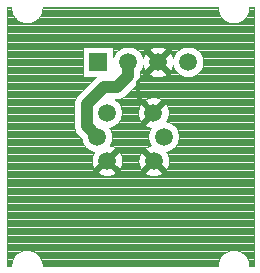
<source format=gbr>
G04 DipTrace 3.2.0.1*
G04 Bottom.gbr*
%MOIN*%
G04 #@! TF.FileFunction,Copper,L2,Bot*
G04 #@! TF.Part,Single*
G04 #@! TA.AperFunction,Conductor*
%ADD13C,0.012992*%
%ADD14C,0.03937*%
G04 #@! TA.AperFunction,CopperBalancing*
%ADD15C,0.003937*%
%ADD16C,0.019685*%
G04 #@! TA.AperFunction,ComponentPad*
%ADD18R,0.059055X0.059055*%
%ADD19C,0.059055*%
%FSLAX26Y26*%
G04*
G70*
G90*
G75*
G01*
G04 Bottom*
%LPD*%
X938976Y1124850D2*
D13*
X872835Y1058709D1*
Y1006770D1*
X923760Y955845D1*
X838976Y1124850D2*
D14*
Y1079134D1*
X801181Y1041339D1*
X757480D1*
X700787Y984646D1*
Y910375D1*
X735310Y875853D1*
X435437Y1303281D2*
D15*
X449329D1*
X554608D2*
X1138305D1*
X1243585D2*
X1257476D1*
X435437Y1299475D2*
X449675D1*
X554262D2*
X1138651D1*
X1243239D2*
X1257476D1*
X435437Y1295669D2*
X450305D1*
X553632D2*
X1139282D1*
X1242608D2*
X1257476D1*
X435437Y1291864D2*
X451228D1*
X552709D2*
X1140204D1*
X1241685D2*
X1257476D1*
X435437Y1288058D2*
X452458D1*
X551479D2*
X1141435D1*
X1240455D2*
X1257476D1*
X435437Y1284252D2*
X454035D1*
X549902D2*
X1143011D1*
X1238879D2*
X1257476D1*
X435437Y1280446D2*
X455972D1*
X547965D2*
X1144949D1*
X1236941D2*
X1257476D1*
X435437Y1276640D2*
X458333D1*
X545604D2*
X1147309D1*
X1234580D2*
X1257476D1*
X435437Y1272835D2*
X461194D1*
X542743D2*
X1150170D1*
X1231720D2*
X1257476D1*
X435437Y1269029D2*
X464654D1*
X539283D2*
X1153630D1*
X1228260D2*
X1257476D1*
X435437Y1265223D2*
X468914D1*
X535023D2*
X1157890D1*
X1224000D2*
X1257476D1*
X435437Y1261417D2*
X474358D1*
X529579D2*
X1163334D1*
X1218555D2*
X1257476D1*
X435437Y1257612D2*
X481917D1*
X522020D2*
X1170893D1*
X1210997D2*
X1257476D1*
X435437Y1253806D2*
X499918D1*
X504026D2*
X1188894D1*
X1193003D2*
X1257476D1*
X435437Y1250000D2*
X1257476D1*
X435437Y1246194D2*
X1257476D1*
X435437Y1242388D2*
X1257476D1*
X435437Y1238583D2*
X1257476D1*
X435437Y1234777D2*
X1257476D1*
X435437Y1230971D2*
X1257476D1*
X435437Y1227165D2*
X1257476D1*
X435437Y1223360D2*
X1257476D1*
X435437Y1219554D2*
X1257476D1*
X435437Y1215748D2*
X1257476D1*
X435437Y1211942D2*
X1257476D1*
X435437Y1208136D2*
X1257476D1*
X435437Y1204331D2*
X1257476D1*
X435437Y1200525D2*
X1257476D1*
X435437Y1196719D2*
X1257476D1*
X435437Y1192913D2*
X1257476D1*
X435437Y1189108D2*
X1257476D1*
X435437Y1185302D2*
X1257476D1*
X435437Y1181496D2*
X1257476D1*
X435437Y1177690D2*
X1257476D1*
X435437Y1173885D2*
X687241D1*
X790706D2*
X823375D1*
X854582D2*
X923377D1*
X954576D2*
X1023371D1*
X1054578D2*
X1257476D1*
X435437Y1170079D2*
X687241D1*
X790706D2*
X814294D1*
X863663D2*
X914295D1*
X963657D2*
X1014289D1*
X1063659D2*
X1257476D1*
X435437Y1166273D2*
X687241D1*
X790706D2*
X808258D1*
X869700D2*
X908252D1*
X969701D2*
X1008253D1*
X1069695D2*
X1257476D1*
X435437Y1162467D2*
X687241D1*
X790706D2*
X803644D1*
X874306D2*
X903646D1*
X974307D2*
X1003647D1*
X1074309D2*
X1257476D1*
X435437Y1158661D2*
X687241D1*
X790706D2*
X799953D1*
X878004D2*
X899947D1*
X978006D2*
X999948D1*
X1078000D2*
X1257476D1*
X435437Y1154856D2*
X687241D1*
X790706D2*
X796923D1*
X881026D2*
X896925D1*
X981028D2*
X996927D1*
X1081029D2*
X1257476D1*
X435437Y1151050D2*
X687241D1*
X790706D2*
X794432D1*
X883518D2*
X894434D1*
X983519D2*
X994435D1*
X1083521D2*
X1257476D1*
X435437Y1147244D2*
X687241D1*
X885571D2*
X892388D1*
X985565D2*
X992382D1*
X1085566D2*
X1257476D1*
X435437Y1143438D2*
X687241D1*
X887224D2*
X890727D1*
X987225D2*
X990729D1*
X1087227D2*
X1257476D1*
X435437Y1139633D2*
X687241D1*
X1088534D2*
X1257476D1*
X435437Y1135827D2*
X687241D1*
X1089518D2*
X1257476D1*
X435437Y1132021D2*
X687241D1*
X1090203D2*
X1257476D1*
X435437Y1128215D2*
X687241D1*
X1090595D2*
X1257476D1*
X435437Y1124409D2*
X687241D1*
X1090710D2*
X1257476D1*
X435437Y1120604D2*
X687241D1*
X1090533D2*
X1257476D1*
X435437Y1116798D2*
X687241D1*
X1090072D2*
X1257476D1*
X435437Y1112992D2*
X687241D1*
X1089319D2*
X1257476D1*
X435437Y1109186D2*
X687241D1*
X1088257D2*
X1257476D1*
X435437Y1105381D2*
X687241D1*
X886870D2*
X891081D1*
X986872D2*
X991083D1*
X1086873D2*
X1257476D1*
X435437Y1101575D2*
X687241D1*
X885132D2*
X892826D1*
X985126D2*
X992820D1*
X1085128D2*
X1257476D1*
X435437Y1097769D2*
X687241D1*
X882987D2*
X894964D1*
X982989D2*
X994966D1*
X1082982D2*
X1257476D1*
X435437Y1093963D2*
X687241D1*
X880865D2*
X897579D1*
X980374D2*
X997572D1*
X1080376D2*
X1257476D1*
X435437Y1090157D2*
X687241D1*
X880865D2*
X900739D1*
X977214D2*
X1000740D1*
X1077215D2*
X1257476D1*
X435437Y1086352D2*
X687241D1*
X880865D2*
X904622D1*
X973331D2*
X1004616D1*
X1073332D2*
X1257476D1*
X435437Y1082546D2*
X687241D1*
X880865D2*
X909497D1*
X968455D2*
X1009499D1*
X1068457D2*
X1257476D1*
X435437Y1078740D2*
X687241D1*
X880865D2*
X916010D1*
X961943D2*
X1016012D1*
X1061944D2*
X1257476D1*
X435437Y1074934D2*
X687241D1*
X880649D2*
X926583D1*
X951369D2*
X1026577D1*
X1051371D2*
X1257476D1*
X435437Y1071129D2*
X728203D1*
X880088D2*
X1257476D1*
X435437Y1067323D2*
X724389D1*
X879150D2*
X1257476D1*
X435437Y1063517D2*
X720582D1*
X877812D2*
X1257476D1*
X435437Y1059711D2*
X716776D1*
X876043D2*
X1257476D1*
X435437Y1055906D2*
X712970D1*
X873752D2*
X1257476D1*
X435437Y1052100D2*
X709164D1*
X870853D2*
X1257476D1*
X435437Y1048294D2*
X705357D1*
X867216D2*
X1257476D1*
X435437Y1044488D2*
X701551D1*
X863410D2*
X1257476D1*
X435437Y1040682D2*
X697745D1*
X859603D2*
X1257476D1*
X435437Y1036877D2*
X693938D1*
X855797D2*
X1257476D1*
X435437Y1033071D2*
X690132D1*
X851991D2*
X1257476D1*
X435437Y1029265D2*
X686326D1*
X848185D2*
X1257476D1*
X435437Y1025459D2*
X682520D1*
X844378D2*
X1257476D1*
X435437Y1021654D2*
X678721D1*
X840572D2*
X1257476D1*
X435437Y1017848D2*
X674915D1*
X836766D2*
X1257476D1*
X435437Y1014042D2*
X671108D1*
X832959D2*
X1257476D1*
X435437Y1010236D2*
X667725D1*
X829045D2*
X1257476D1*
X435437Y1006430D2*
X665072D1*
X824009D2*
X914603D1*
X932915D2*
X1257476D1*
X435437Y1002625D2*
X662996D1*
X816512D2*
X902215D1*
X945303D2*
X1257476D1*
X435437Y998819D2*
X661397D1*
X796750D2*
X895279D1*
X952238D2*
X1257476D1*
X435437Y995013D2*
X660212D1*
X801732D2*
X890174D1*
X957344D2*
X1257476D1*
X435437Y991207D2*
X659420D1*
X805693D2*
X886152D1*
X961373D2*
X1257476D1*
X435437Y987402D2*
X658990D1*
X808907D2*
X882869D1*
X964649D2*
X1257476D1*
X435437Y983596D2*
X658897D1*
X811560D2*
X880177D1*
X967348D2*
X1257476D1*
X435437Y979790D2*
X658897D1*
X813743D2*
X877955D1*
X969563D2*
X1257476D1*
X435437Y975984D2*
X658897D1*
X815520D2*
X876140D1*
X971377D2*
X1257476D1*
X435437Y972178D2*
X658897D1*
X816942D2*
X874695D1*
X972823D2*
X1257476D1*
X435437Y968373D2*
X658897D1*
X818026D2*
X873580D1*
X973938D2*
X1257476D1*
X435437Y964567D2*
X658897D1*
X818803D2*
X872772D1*
X974745D2*
X1257476D1*
X435437Y960761D2*
X658897D1*
X819287D2*
X872265D1*
X975253D2*
X1257476D1*
X435437Y956955D2*
X658897D1*
X819487D2*
X872042D1*
X975484D2*
X1257476D1*
X435437Y953150D2*
X658897D1*
X819403D2*
X872096D1*
X975422D2*
X1257476D1*
X435437Y949344D2*
X658897D1*
X819041D2*
X872442D1*
X975076D2*
X1257476D1*
X435437Y945538D2*
X658897D1*
X818380D2*
X873072D1*
X974446D2*
X1257476D1*
X435437Y941732D2*
X658897D1*
X817419D2*
X874003D1*
X973515D2*
X1257476D1*
X435437Y937927D2*
X658897D1*
X816143D2*
X875256D1*
X972262D2*
X1257476D1*
X435437Y934121D2*
X658897D1*
X814512D2*
X876848D1*
X970670D2*
X1257476D1*
X435437Y930315D2*
X658897D1*
X812505D2*
X878824D1*
X968694D2*
X1257476D1*
X435437Y926509D2*
X658897D1*
X810052D2*
X881238D1*
X967802D2*
X1257476D1*
X435437Y922703D2*
X658897D1*
X807084D2*
X884160D1*
X979567D2*
X1257476D1*
X435437Y918898D2*
X658897D1*
X803455D2*
X887721D1*
X986372D2*
X1257476D1*
X435437Y915092D2*
X658897D1*
X798941D2*
X892142D1*
X991409D2*
X1257476D1*
X435437Y911286D2*
X658897D1*
X793066D2*
X897871D1*
X995392D2*
X1257476D1*
X435437Y907480D2*
X658997D1*
X784408D2*
X906145D1*
X998637D2*
X1257476D1*
X435437Y903675D2*
X659443D1*
X778849D2*
X913896D1*
X1001313D2*
X1257476D1*
X435437Y899869D2*
X660251D1*
X781079D2*
X911696D1*
X1003512D2*
X1257476D1*
X435437Y896063D2*
X661443D1*
X782893D2*
X909905D1*
X1005303D2*
X1257476D1*
X435437Y892257D2*
X663065D1*
X784354D2*
X908475D1*
X1006734D2*
X1257476D1*
X435437Y888451D2*
X665164D1*
X785469D2*
X907375D1*
X1007833D2*
X1257476D1*
X435437Y884646D2*
X667840D1*
X786284D2*
X906583D1*
X1008618D2*
X1257476D1*
X435437Y880840D2*
X671247D1*
X786799D2*
X906091D1*
X1009117D2*
X1257476D1*
X435437Y877034D2*
X675053D1*
X787030D2*
X905876D1*
X1009325D2*
X1257476D1*
X435437Y873228D2*
X678859D1*
X786976D2*
X905952D1*
X1009256D2*
X1257476D1*
X435437Y869423D2*
X682666D1*
X786638D2*
X906306D1*
X1008894D2*
X1257476D1*
X435437Y865617D2*
X684611D1*
X786007D2*
X906952D1*
X1008248D2*
X1257476D1*
X435437Y861811D2*
X685534D1*
X785085D2*
X907906D1*
X1007303D2*
X1257476D1*
X435437Y858005D2*
X686779D1*
X783839D2*
X909167D1*
X1006034D2*
X1257476D1*
X435437Y854199D2*
X688371D1*
X782255D2*
X910781D1*
X1004419D2*
X1257476D1*
X435437Y850394D2*
X690332D1*
X780287D2*
X912781D1*
X1002428D2*
X1257476D1*
X435437Y846588D2*
X692739D1*
X778979D2*
X915211D1*
X999990D2*
X1257476D1*
X435437Y842782D2*
X695645D1*
X790959D2*
X904084D1*
X997045D2*
X1257476D1*
X435437Y838976D2*
X699198D1*
X797818D2*
X896994D1*
X993439D2*
X1257476D1*
X435437Y835171D2*
X703604D1*
X802878D2*
X891819D1*
X988963D2*
X1257476D1*
X435437Y831365D2*
X709294D1*
X806877D2*
X887744D1*
X983158D2*
X1257476D1*
X435437Y827559D2*
X717499D1*
X810137D2*
X884430D1*
X974669D2*
X1257476D1*
X435437Y823753D2*
X725488D1*
X812813D2*
X881700D1*
X968594D2*
X1257476D1*
X435437Y819948D2*
X723281D1*
X815020D2*
X879455D1*
X970839D2*
X1257476D1*
X435437Y816142D2*
X721482D1*
X816819D2*
X877624D1*
X972677D2*
X1257476D1*
X435437Y812336D2*
X720044D1*
X818257D2*
X876156D1*
X974138D2*
X1257476D1*
X435437Y808530D2*
X718945D1*
X819364D2*
X875025D1*
X975276D2*
X1257476D1*
X435437Y804724D2*
X718145D1*
X820156D2*
X874203D1*
X976099D2*
X1257476D1*
X435437Y800919D2*
X717645D1*
X820664D2*
X873672D1*
X976622D2*
X1257476D1*
X435437Y797113D2*
X717430D1*
X820872D2*
X873434D1*
X976860D2*
X1257476D1*
X435437Y793307D2*
X717499D1*
X820810D2*
X873480D1*
X976822D2*
X1257476D1*
X435437Y789501D2*
X717853D1*
X820456D2*
X873803D1*
X976491D2*
X1257476D1*
X435437Y785696D2*
X718491D1*
X819818D2*
X874418D1*
X975876D2*
X1257476D1*
X435437Y781890D2*
X719429D1*
X818872D2*
X875333D1*
X974961D2*
X1257476D1*
X435437Y778084D2*
X720690D1*
X817611D2*
X876563D1*
X973730D2*
X1257476D1*
X435437Y774278D2*
X722297D1*
X816004D2*
X878140D1*
X972154D2*
X1257476D1*
X435437Y770472D2*
X724289D1*
X814020D2*
X880093D1*
X970201D2*
X1257476D1*
X435437Y766667D2*
X726711D1*
X811590D2*
X882476D1*
X967817D2*
X1257476D1*
X435437Y762861D2*
X729656D1*
X808653D2*
X885368D1*
X964926D2*
X1257476D1*
X435437Y759055D2*
X733239D1*
X805062D2*
X888889D1*
X961404D2*
X1257476D1*
X435437Y755249D2*
X737691D1*
X800610D2*
X893257D1*
X957037D2*
X1257476D1*
X435437Y751444D2*
X743474D1*
X794835D2*
X898886D1*
X951408D2*
X1257476D1*
X435437Y747638D2*
X751886D1*
X786423D2*
X906952D1*
X943349D2*
X1257476D1*
X435437Y743832D2*
X1257476D1*
X435437Y740026D2*
X1257476D1*
X435437Y736220D2*
X1257476D1*
X435437Y732415D2*
X1257476D1*
X435437Y728609D2*
X1257476D1*
X435437Y724803D2*
X1257476D1*
X435437Y720997D2*
X1257476D1*
X435437Y717192D2*
X1257476D1*
X435437Y713386D2*
X1257476D1*
X435437Y709580D2*
X1257476D1*
X435437Y705774D2*
X1257476D1*
X435437Y701969D2*
X1257476D1*
X435437Y698163D2*
X1257476D1*
X435437Y694357D2*
X1257476D1*
X435437Y690551D2*
X1257476D1*
X435437Y686745D2*
X1257476D1*
X435437Y682940D2*
X1257476D1*
X435437Y679134D2*
X1257476D1*
X435437Y675328D2*
X1257476D1*
X435437Y671522D2*
X1257476D1*
X435437Y667717D2*
X1257476D1*
X435437Y663911D2*
X1257476D1*
X435437Y660105D2*
X1257476D1*
X435437Y656299D2*
X1257476D1*
X435437Y652493D2*
X1257476D1*
X435437Y648688D2*
X1257476D1*
X435437Y644882D2*
X1257476D1*
X435437Y641076D2*
X1257476D1*
X435437Y637270D2*
X1257476D1*
X435437Y633465D2*
X1257476D1*
X435437Y629659D2*
X1257476D1*
X435437Y625853D2*
X1257476D1*
X435437Y622047D2*
X1257476D1*
X435437Y618241D2*
X1257476D1*
X435437Y614436D2*
X1257476D1*
X435437Y610630D2*
X1257476D1*
X435437Y606824D2*
X1257476D1*
X435437Y603018D2*
X1257476D1*
X435437Y599213D2*
X1257476D1*
X435437Y595407D2*
X1257476D1*
X435437Y591601D2*
X1257476D1*
X435437Y587795D2*
X1257476D1*
X435437Y583990D2*
X1257476D1*
X435437Y580184D2*
X1257476D1*
X435437Y576378D2*
X1257476D1*
X435437Y572572D2*
X1257476D1*
X435437Y568766D2*
X1257476D1*
X435437Y564961D2*
X1257476D1*
X435437Y561155D2*
X1257476D1*
X435437Y557349D2*
X1257476D1*
X435437Y553543D2*
X1257476D1*
X435437Y549738D2*
X1257476D1*
X435437Y545932D2*
X1257476D1*
X435437Y542126D2*
X1257476D1*
X435437Y538320D2*
X1257476D1*
X435437Y534514D2*
X1257476D1*
X435437Y530709D2*
X1257476D1*
X435437Y526903D2*
X1257476D1*
X435437Y523097D2*
X1257476D1*
X435437Y519291D2*
X1257476D1*
X435437Y515486D2*
X1257476D1*
X435437Y511680D2*
X1257476D1*
X435437Y507874D2*
X1257476D1*
X435437Y504068D2*
X1257476D1*
X435437Y500262D2*
X1257476D1*
X435437Y496457D2*
X488222D1*
X515715D2*
X1177198D1*
X1204691D2*
X1257476D1*
X435437Y492651D2*
X478149D1*
X525788D2*
X1167125D1*
X1214765D2*
X1257476D1*
X435437Y488845D2*
X471736D1*
X532201D2*
X1160712D1*
X1221178D2*
X1257476D1*
X435437Y485039D2*
X466891D1*
X537046D2*
X1155868D1*
X1226022D2*
X1257476D1*
X435437Y481234D2*
X463016D1*
X540921D2*
X1151992D1*
X1229897D2*
X1257476D1*
X435437Y477428D2*
X459840D1*
X544097D2*
X1148817D1*
X1233073D2*
X1257476D1*
X435437Y473622D2*
X457218D1*
X546719D2*
X1146194D1*
X1235695D2*
X1257476D1*
X435437Y469816D2*
X455057D1*
X548880D2*
X1144034D1*
X1237856D2*
X1257476D1*
X435437Y466010D2*
X453289D1*
X550648D2*
X1142265D1*
X1239625D2*
X1257476D1*
X435437Y462205D2*
X451866D1*
X552071D2*
X1140843D1*
X1241047D2*
X1257476D1*
X435437Y458399D2*
X450774D1*
X553163D2*
X1139751D1*
X1242139D2*
X1257476D1*
X435437Y454593D2*
X449982D1*
X553955D2*
X1138959D1*
X1242931D2*
X1257476D1*
X435437Y450787D2*
X449482D1*
X554455D2*
X1138459D1*
X1243431D2*
X1257476D1*
X435437Y446982D2*
X449267D1*
X554670D2*
X1138244D1*
X1243646D2*
X1257476D1*
X975097Y955451D2*
X974976Y952305D1*
X974663Y949171D1*
X974158Y946063D1*
X973463Y942991D1*
X972582Y939968D1*
X971516Y937005D1*
X970271Y934112D1*
X968851Y931301D1*
X967262Y928583D1*
X966060Y926754D1*
X969503Y926056D1*
X973294Y924997D1*
X976993Y923651D1*
X980577Y922026D1*
X984027Y920131D1*
X987322Y917977D1*
X990441Y915577D1*
X993368Y912946D1*
X996085Y910097D1*
X998575Y907049D1*
X1000824Y903819D1*
X1002820Y900426D1*
X1004550Y896891D1*
X1006003Y893233D1*
X1007172Y889475D1*
X1008050Y885638D1*
X1008631Y881745D1*
X1008913Y877819D1*
X1008903Y874147D1*
X1008602Y870223D1*
X1008000Y866333D1*
X1007103Y862501D1*
X1005914Y858749D1*
X1004442Y855098D1*
X1002694Y851572D1*
X1000681Y848189D1*
X998415Y844971D1*
X995909Y841936D1*
X993178Y839101D1*
X990237Y836485D1*
X987105Y834101D1*
X983800Y831964D1*
X980340Y830087D1*
X976747Y828480D1*
X973041Y827153D1*
X969245Y826114D1*
X966918Y825635D1*
X968582Y823161D1*
X970178Y820447D1*
X971605Y817640D1*
X972857Y814750D1*
X973930Y811790D1*
X974819Y808769D1*
X975522Y805699D1*
X976034Y802592D1*
X976356Y799459D1*
X976484Y796313D1*
X976413Y793035D1*
X976148Y789898D1*
X975690Y786782D1*
X975043Y783700D1*
X974208Y780664D1*
X973188Y777684D1*
X971988Y774773D1*
X970611Y771941D1*
X969063Y769198D1*
X967350Y766556D1*
X965478Y764023D1*
X963455Y761610D1*
X961287Y759326D1*
X958984Y757179D1*
X956553Y755177D1*
X954003Y753328D1*
X951346Y751639D1*
X948590Y750116D1*
X945745Y748764D1*
X942823Y747590D1*
X939835Y746597D1*
X936791Y745789D1*
X933703Y745169D1*
X930584Y744740D1*
X927444Y744503D1*
X924295Y744459D1*
X921149Y744607D1*
X918019Y744949D1*
X914915Y745482D1*
X911850Y746204D1*
X908834Y747112D1*
X905881Y748204D1*
X902999Y749475D1*
X900201Y750920D1*
X897497Y752534D1*
X894897Y754311D1*
X892411Y756244D1*
X890048Y758325D1*
X887817Y760548D1*
X885727Y762903D1*
X883784Y765382D1*
X881998Y767975D1*
X880374Y770673D1*
X878918Y773465D1*
X877636Y776342D1*
X876533Y779291D1*
X875613Y782303D1*
X874879Y785366D1*
X874335Y788467D1*
X873981Y791596D1*
X873820Y794741D1*
X873853Y797890D1*
X874078Y801031D1*
X874495Y804153D1*
X875103Y807243D1*
X875900Y810289D1*
X876881Y813282D1*
X878045Y816208D1*
X879385Y819058D1*
X880898Y821820D1*
X882577Y824484D1*
X884416Y827040D1*
X886409Y829478D1*
X888547Y831790D1*
X890823Y833966D1*
X893228Y835999D1*
X895754Y837881D1*
X898390Y839604D1*
X901126Y841162D1*
X903953Y842549D1*
X906860Y843761D1*
X909836Y844792D1*
X912869Y845638D1*
X915826Y846275D1*
X914452Y848300D1*
X912448Y851688D1*
X910709Y855219D1*
X909246Y858873D1*
X908067Y862629D1*
X907179Y866463D1*
X906588Y870355D1*
X906297Y874280D1*
X906307Y878216D1*
X906618Y882139D1*
X907230Y886028D1*
X908137Y889858D1*
X909335Y893607D1*
X910817Y897253D1*
X912574Y900776D1*
X914596Y904153D1*
X915309Y905202D1*
X911988Y905874D1*
X908947Y906690D1*
X905961Y907691D1*
X903042Y908873D1*
X900201Y910231D1*
X897449Y911762D1*
X894795Y913458D1*
X892251Y915313D1*
X889825Y917321D1*
X887527Y919474D1*
X885365Y921764D1*
X883348Y924182D1*
X881483Y926720D1*
X879777Y929367D1*
X878236Y932113D1*
X876866Y934949D1*
X875673Y937863D1*
X874661Y940845D1*
X873834Y943884D1*
X873195Y946967D1*
X872746Y950084D1*
X872488Y953223D1*
X872424Y956371D1*
X872553Y959518D1*
X872874Y962650D1*
X873387Y965757D1*
X874090Y968827D1*
X874979Y971848D1*
X876052Y974809D1*
X877305Y977698D1*
X878732Y980505D1*
X880328Y983220D1*
X882088Y985831D1*
X884005Y988329D1*
X886072Y990706D1*
X888280Y992951D1*
X890622Y995056D1*
X893088Y997014D1*
X895670Y998817D1*
X898358Y1000459D1*
X901141Y1001932D1*
X904009Y1003232D1*
X906951Y1004354D1*
X909957Y1005293D1*
X913015Y1006047D1*
X916113Y1006611D1*
X919240Y1006984D1*
X922384Y1007165D1*
X925533Y1007153D1*
X928675Y1006948D1*
X931799Y1006550D1*
X934893Y1005962D1*
X937945Y1005185D1*
X940943Y1004223D1*
X943877Y1003078D1*
X946735Y1001756D1*
X949507Y1000261D1*
X952181Y998599D1*
X954749Y996776D1*
X957200Y994799D1*
X959526Y992675D1*
X961717Y990413D1*
X963765Y988021D1*
X965662Y985508D1*
X967402Y982883D1*
X968977Y980156D1*
X970383Y977338D1*
X971613Y974439D1*
X972663Y971470D1*
X973529Y968442D1*
X974208Y965367D1*
X974697Y962256D1*
X974994Y959121D1*
X975098Y955845D1*
X975097Y955451D1*
X1138631Y444883D2*
X1138705Y448810D1*
X1139074Y452729D1*
X1139737Y456609D1*
X1140689Y460428D1*
X1141926Y464165D1*
X1143440Y467798D1*
X1145224Y471307D1*
X1147265Y474672D1*
X1149554Y477874D1*
X1152078Y480895D1*
X1154821Y483718D1*
X1157769Y486326D1*
X1160904Y488706D1*
X1164209Y490843D1*
X1167666Y492725D1*
X1171254Y494343D1*
X1174954Y495686D1*
X1178745Y496747D1*
X1182604Y497520D1*
X1186511Y498001D1*
X1190442Y498187D1*
X1194377Y498076D1*
X1198292Y497671D1*
X1202166Y496972D1*
X1205976Y495984D1*
X1209701Y494712D1*
X1213319Y493164D1*
X1216812Y491348D1*
X1220157Y489275D1*
X1223338Y486956D1*
X1226335Y484405D1*
X1229132Y481635D1*
X1231713Y478663D1*
X1234063Y475506D1*
X1236169Y472181D1*
X1238019Y468706D1*
X1239603Y465103D1*
X1240912Y461391D1*
X1241937Y457591D1*
X1242674Y453724D1*
X1243119Y449813D1*
X1243268Y445866D1*
X1243249Y444874D1*
X1257866Y444882D1*
X1257874Y1307079D1*
X1243256Y1307087D1*
X1243231Y1304134D1*
X1242935Y1300209D1*
X1242345Y1296318D1*
X1241464Y1292482D1*
X1240297Y1288722D1*
X1238851Y1285062D1*
X1237133Y1281520D1*
X1235155Y1278117D1*
X1232926Y1274873D1*
X1230460Y1271806D1*
X1227770Y1268932D1*
X1224871Y1266269D1*
X1221781Y1263831D1*
X1218516Y1261633D1*
X1215095Y1259686D1*
X1211537Y1258002D1*
X1207863Y1256590D1*
X1204093Y1255459D1*
X1200249Y1254613D1*
X1196352Y1254060D1*
X1192425Y1253800D1*
X1188489Y1253837D1*
X1184567Y1254170D1*
X1180681Y1254796D1*
X1176853Y1255713D1*
X1173105Y1256915D1*
X1169458Y1258395D1*
X1165932Y1260145D1*
X1162548Y1262156D1*
X1159325Y1264415D1*
X1156281Y1266910D1*
X1153432Y1269626D1*
X1150797Y1272550D1*
X1148388Y1275663D1*
X1146220Y1278948D1*
X1144305Y1282387D1*
X1142654Y1285960D1*
X1141277Y1289647D1*
X1140180Y1293427D1*
X1139371Y1297279D1*
X1138854Y1301181D1*
X1138631Y1305111D1*
Y1307087D1*
X554280D1*
X554254Y1304134D1*
X553958Y1300209D1*
X553368Y1296318D1*
X552487Y1292482D1*
X551320Y1288722D1*
X549874Y1285062D1*
X548157Y1281520D1*
X546178Y1278117D1*
X543950Y1274873D1*
X541483Y1271806D1*
X538793Y1268932D1*
X535895Y1266269D1*
X532804Y1263831D1*
X529539Y1261633D1*
X526119Y1259686D1*
X522561Y1258002D1*
X518887Y1256590D1*
X515117Y1255459D1*
X511273Y1254613D1*
X507376Y1254060D1*
X503448Y1253800D1*
X499512Y1253837D1*
X495590Y1254170D1*
X491704Y1254796D1*
X487877Y1255713D1*
X484128Y1256915D1*
X480481Y1258395D1*
X476956Y1260145D1*
X473572Y1262156D1*
X470349Y1264415D1*
X467304Y1266910D1*
X464456Y1269626D1*
X461820Y1272550D1*
X459411Y1275663D1*
X457244Y1278948D1*
X455329Y1282387D1*
X453678Y1285960D1*
X452301Y1289647D1*
X451204Y1293427D1*
X450395Y1297279D1*
X449878Y1301181D1*
X449655Y1305111D1*
Y1307087D1*
X435047D1*
X435039Y444890D1*
X449657Y444882D1*
X449729Y448810D1*
X450098Y452729D1*
X450760Y456609D1*
X451713Y460428D1*
X452950Y464165D1*
X454464Y467798D1*
X456247Y471307D1*
X458289Y474672D1*
X460578Y477874D1*
X463101Y480895D1*
X465844Y483718D1*
X468792Y486326D1*
X471928Y488706D1*
X475233Y490843D1*
X478690Y492725D1*
X482278Y494343D1*
X485978Y495686D1*
X489768Y496747D1*
X493628Y497520D1*
X497534Y498001D1*
X501466Y498187D1*
X505400Y498076D1*
X509316Y497671D1*
X513189Y496972D1*
X516999Y495984D1*
X520724Y494712D1*
X524343Y493164D1*
X527835Y491348D1*
X531181Y489275D1*
X534362Y486956D1*
X537359Y484405D1*
X540156Y481635D1*
X542737Y478663D1*
X545087Y475506D1*
X547193Y472181D1*
X549043Y468706D1*
X550627Y465103D1*
X551935Y461391D1*
X552961Y457591D1*
X553698Y453724D1*
X554142Y449813D1*
X554291Y445866D1*
X554273Y444874D1*
X1138633Y444882D1*
X671462Y1014004D2*
X729563Y1072039D1*
X731260Y1073512D1*
X687638D1*
Y1176189D1*
X790315D1*
Y1141210D1*
X791415Y1144179D1*
X793036Y1147766D1*
X794927Y1151218D1*
X797076Y1154516D1*
X799472Y1157639D1*
X802100Y1160569D1*
X804945Y1163289D1*
X807990Y1165783D1*
X811217Y1168037D1*
X814607Y1170037D1*
X818141Y1171771D1*
X821796Y1173229D1*
X825553Y1174403D1*
X829389Y1175286D1*
X833281Y1175872D1*
X837207Y1176158D1*
X841143Y1176143D1*
X845066Y1175827D1*
X848954Y1175210D1*
X852782Y1174298D1*
X856530Y1173095D1*
X860175Y1171608D1*
X863695Y1169847D1*
X867069Y1167821D1*
X870279Y1165542D1*
X873304Y1163024D1*
X876128Y1160282D1*
X878733Y1157332D1*
X881105Y1154191D1*
X883229Y1150877D1*
X885093Y1147410D1*
X886685Y1143811D1*
X887998Y1140100D1*
X888976Y1136486D1*
X889728Y1139350D1*
X890709Y1142342D1*
X891873Y1145268D1*
X893213Y1148118D1*
X894726Y1150880D1*
X896405Y1153544D1*
X898244Y1156100D1*
X900237Y1158539D1*
X902375Y1160850D1*
X904651Y1163027D1*
X907057Y1165059D1*
X909582Y1166941D1*
X912218Y1168664D1*
X914954Y1170222D1*
X917781Y1171610D1*
X920688Y1172821D1*
X923664Y1173852D1*
X926697Y1174699D1*
X929776Y1175358D1*
X932890Y1175827D1*
X936027Y1176104D1*
X939175Y1176189D1*
X942322Y1176080D1*
X945457Y1175778D1*
X948567Y1175285D1*
X951641Y1174602D1*
X954668Y1173732D1*
X957635Y1172678D1*
X960533Y1171444D1*
X963349Y1170035D1*
X966073Y1168456D1*
X968696Y1166712D1*
X971206Y1164811D1*
X973596Y1162760D1*
X975855Y1160566D1*
X977975Y1158238D1*
X979949Y1155784D1*
X981769Y1153214D1*
X983427Y1150537D1*
X984918Y1147763D1*
X986237Y1144903D1*
X987377Y1141968D1*
X988336Y1138968D1*
X988976Y1136496D1*
X990074Y1140479D1*
X991415Y1144179D1*
X993036Y1147766D1*
X994927Y1151218D1*
X997076Y1154516D1*
X999472Y1157639D1*
X1002100Y1160569D1*
X1004945Y1163289D1*
X1007990Y1165783D1*
X1011217Y1168037D1*
X1014607Y1170037D1*
X1018141Y1171771D1*
X1021796Y1173229D1*
X1025553Y1174403D1*
X1029389Y1175286D1*
X1033281Y1175872D1*
X1037207Y1176158D1*
X1041143Y1176143D1*
X1045066Y1175827D1*
X1048954Y1175210D1*
X1052782Y1174298D1*
X1056530Y1173095D1*
X1060175Y1171608D1*
X1063695Y1169847D1*
X1067069Y1167821D1*
X1070279Y1165542D1*
X1073304Y1163024D1*
X1076128Y1160282D1*
X1078733Y1157332D1*
X1081105Y1154191D1*
X1083229Y1150877D1*
X1085093Y1147410D1*
X1086685Y1143811D1*
X1087998Y1140100D1*
X1089022Y1136300D1*
X1089752Y1132432D1*
X1090184Y1128519D1*
X1090315Y1124850D1*
X1090164Y1120917D1*
X1089712Y1117007D1*
X1088962Y1113143D1*
X1087918Y1109348D1*
X1086587Y1105644D1*
X1084976Y1102053D1*
X1083094Y1098596D1*
X1080953Y1095293D1*
X1078565Y1092164D1*
X1075945Y1089227D1*
X1073107Y1086500D1*
X1070068Y1083998D1*
X1066847Y1081736D1*
X1063462Y1079727D1*
X1059933Y1077984D1*
X1056281Y1076516D1*
X1052527Y1075332D1*
X1048694Y1074440D1*
X1044803Y1073844D1*
X1040878Y1073547D1*
X1036942Y1073552D1*
X1033018Y1073859D1*
X1029129Y1074465D1*
X1025298Y1075368D1*
X1021547Y1076561D1*
X1017899Y1078038D1*
X1014374Y1079791D1*
X1010995Y1081808D1*
X1007779Y1084078D1*
X1004747Y1086588D1*
X1001916Y1089323D1*
X999304Y1092266D1*
X996924Y1095402D1*
X994791Y1098710D1*
X992918Y1102172D1*
X991316Y1105767D1*
X989994Y1109474D1*
X988977Y1113205D1*
X988150Y1110101D1*
X987154Y1107113D1*
X985976Y1104193D1*
X984621Y1101350D1*
X983094Y1098596D1*
X981401Y1095940D1*
X979549Y1093394D1*
X977544Y1090965D1*
X975394Y1088665D1*
X973107Y1086500D1*
X970691Y1084479D1*
X968156Y1082611D1*
X965512Y1080901D1*
X962767Y1079357D1*
X959933Y1077984D1*
X957020Y1076787D1*
X954040Y1075771D1*
X951002Y1074940D1*
X947919Y1074297D1*
X944803Y1073844D1*
X941665Y1073582D1*
X938516Y1073514D1*
X935370Y1073639D1*
X932237Y1073956D1*
X929129Y1074465D1*
X926058Y1075164D1*
X923036Y1076049D1*
X920074Y1077118D1*
X917183Y1078367D1*
X914374Y1079791D1*
X911658Y1081384D1*
X909044Y1083140D1*
X906543Y1085054D1*
X904164Y1087117D1*
X901916Y1089323D1*
X899808Y1091662D1*
X897847Y1094126D1*
X896040Y1096705D1*
X894396Y1099391D1*
X892918Y1102172D1*
X891615Y1105038D1*
X890489Y1107979D1*
X889546Y1110984D1*
X888976Y1113205D1*
X887918Y1109348D1*
X886587Y1105644D1*
X884976Y1102053D1*
X883094Y1098596D1*
X880953Y1095293D1*
X880475Y1094642D1*
X880467Y1078482D1*
X880219Y1074554D1*
X879600Y1070667D1*
X878615Y1066857D1*
X877273Y1063157D1*
X875588Y1059601D1*
X873573Y1056220D1*
X871246Y1053046D1*
X868630Y1050106D1*
X830058Y1011539D1*
X827105Y1008937D1*
X823919Y1006627D1*
X820529Y1004629D1*
X816964Y1002961D1*
X813257Y1001639D1*
X809442Y1000673D1*
X805553Y1000073D1*
X801624Y999845D1*
X794755Y999839D1*
X797483Y998040D1*
X800603Y995640D1*
X803530Y993009D1*
X806246Y990160D1*
X808736Y987112D1*
X810986Y983882D1*
X812981Y980489D1*
X814711Y976954D1*
X816165Y973296D1*
X817334Y969538D1*
X818212Y965701D1*
X818793Y961808D1*
X819074Y957882D1*
X819065Y954210D1*
X818763Y950286D1*
X818162Y946396D1*
X817264Y942564D1*
X816076Y938811D1*
X814603Y935161D1*
X812855Y931635D1*
X810842Y928252D1*
X808576Y925034D1*
X806070Y921999D1*
X803339Y919164D1*
X800399Y916548D1*
X797267Y914164D1*
X793961Y912027D1*
X790502Y910150D1*
X786909Y908543D1*
X783203Y907216D1*
X779406Y906177D1*
X777072Y905697D1*
X778532Y903557D1*
X780527Y900164D1*
X782257Y896628D1*
X783711Y892971D1*
X784880Y889212D1*
X785757Y885375D1*
X786339Y881482D1*
X786620Y877556D1*
X786611Y873885D1*
X786309Y869961D1*
X785708Y866071D1*
X784810Y862238D1*
X783622Y858486D1*
X782149Y854836D1*
X780401Y851309D1*
X778388Y847927D1*
X777609Y846761D1*
X780669Y846153D1*
X783715Y845353D1*
X786706Y844368D1*
X789631Y843201D1*
X792479Y841857D1*
X795239Y840340D1*
X797901Y838658D1*
X800454Y836815D1*
X802890Y834819D1*
X805199Y832678D1*
X807373Y830399D1*
X809402Y827991D1*
X811281Y825464D1*
X813000Y822825D1*
X814555Y820087D1*
X815939Y817258D1*
X817146Y814350D1*
X818174Y811373D1*
X819016Y808339D1*
X819672Y805258D1*
X820137Y802144D1*
X820410Y799007D1*
X820489Y795730D1*
X820369Y792583D1*
X820055Y789449D1*
X819550Y786341D1*
X818856Y783269D1*
X817974Y780246D1*
X816909Y777283D1*
X815664Y774390D1*
X814244Y771579D1*
X812654Y768861D1*
X810901Y766245D1*
X808990Y763742D1*
X806930Y761360D1*
X804728Y759109D1*
X802391Y756998D1*
X799930Y755033D1*
X797353Y753224D1*
X794669Y751575D1*
X791890Y750095D1*
X789025Y748787D1*
X786086Y747658D1*
X783082Y746711D1*
X780027Y745950D1*
X776930Y745377D1*
X773804Y744996D1*
X770661Y744807D1*
X767512Y744811D1*
X764369Y745008D1*
X761244Y745398D1*
X758148Y745978D1*
X755095Y746747D1*
X752094Y747702D1*
X749157Y748839D1*
X746296Y750154D1*
X743520Y751641D1*
X740841Y753297D1*
X738269Y755113D1*
X735812Y757084D1*
X733481Y759201D1*
X731285Y761458D1*
X729231Y763845D1*
X727327Y766353D1*
X725580Y768973D1*
X723998Y771696D1*
X722585Y774510D1*
X721347Y777406D1*
X720290Y780372D1*
X719416Y783398D1*
X718729Y786471D1*
X718232Y789581D1*
X717927Y792715D1*
X717814Y795862D1*
X717895Y799010D1*
X718168Y802147D1*
X718634Y805262D1*
X719289Y808342D1*
X720132Y811376D1*
X721159Y814353D1*
X722367Y817261D1*
X723751Y820090D1*
X725306Y822828D1*
X726852Y825215D1*
X723538Y825882D1*
X719744Y826931D1*
X716042Y828267D1*
X712453Y829883D1*
X708998Y831769D1*
X705698Y833915D1*
X702572Y836307D1*
X699639Y838931D1*
X696915Y841772D1*
X694417Y844814D1*
X692159Y848038D1*
X690155Y851425D1*
X688416Y854957D1*
X686953Y858611D1*
X685774Y862366D1*
X684887Y866201D1*
X684599Y867875D1*
X670087Y882458D1*
X667580Y885492D1*
X665372Y888749D1*
X663483Y892202D1*
X661929Y895817D1*
X660724Y899564D1*
X659880Y903408D1*
X659404Y907315D1*
X659291Y910398D1*
X659338Y986613D1*
X659711Y990531D1*
X660453Y994396D1*
X661558Y998173D1*
X663016Y1001829D1*
X664814Y1005330D1*
X666935Y1008645D1*
X669361Y1011744D1*
X670687Y1013209D1*
X887463Y992142D2*
D16*
X923760Y955845D1*
X960056Y992142D2*
X887463Y919549D1*
X769152Y796123D2*
X805449Y759827D1*
Y832420D2*
X732856Y759827D1*
X888852Y832086D2*
X961445Y759494D1*
X925148Y795790D2*
X888852Y759494D1*
X902680Y1161147D2*
X975273Y1088554D1*
Y1161147D2*
X902680Y1088554D1*
D18*
X738976Y1124850D3*
D19*
X838976D3*
X938976D3*
X1038976D3*
X923760Y955845D3*
X957602Y876115D3*
X769152Y796123D3*
X735310Y875853D3*
X767764Y956178D3*
X925148Y795790D3*
M02*

</source>
